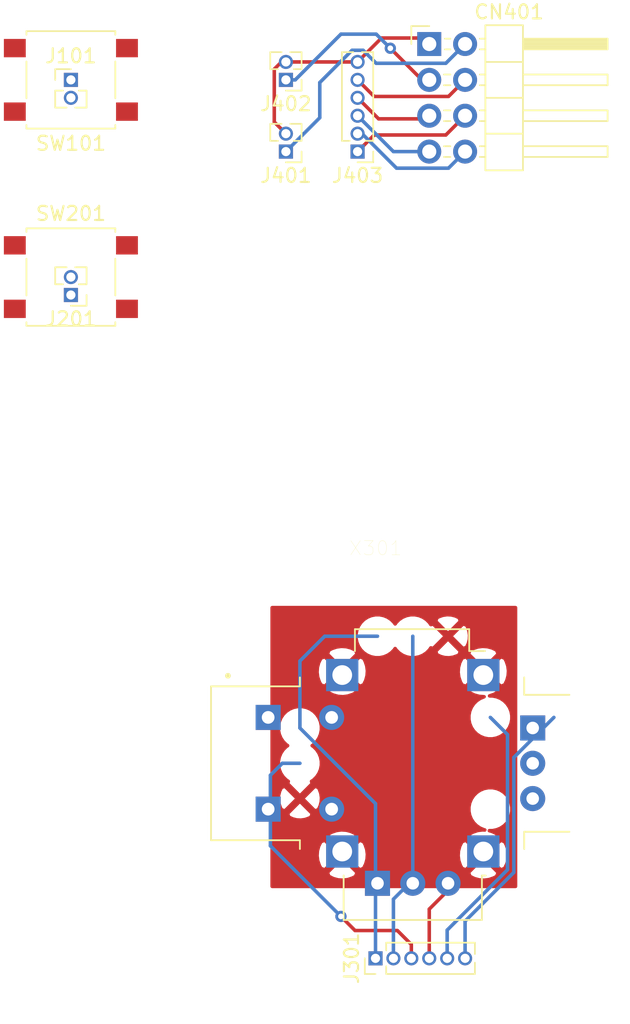
<source format=kicad_pcb>
(kicad_pcb (version 20171130) (host pcbnew 5.1.8-db9833491~87~ubuntu20.04.1)

  (general
    (thickness 1.6)
    (drawings 0)
    (tracks 64)
    (zones 0)
    (modules 10)
    (nets 19)
  )

  (page A4)
  (layers
    (0 F.Cu signal)
    (31 B.Cu signal)
    (32 B.Adhes user)
    (33 F.Adhes user)
    (34 B.Paste user)
    (35 F.Paste user)
    (36 B.SilkS user)
    (37 F.SilkS user)
    (38 B.Mask user)
    (39 F.Mask user)
    (40 Dwgs.User user)
    (41 Cmts.User user)
    (42 Eco1.User user)
    (43 Eco2.User user)
    (44 Edge.Cuts user)
    (45 Margin user)
    (46 B.CrtYd user)
    (47 F.CrtYd user)
    (48 B.Fab user)
    (49 F.Fab user)
  )

  (setup
    (last_trace_width 0.25)
    (trace_clearance 0.2)
    (zone_clearance 0.508)
    (zone_45_only no)
    (trace_min 0.2)
    (via_size 0.8)
    (via_drill 0.4)
    (via_min_size 0.4)
    (via_min_drill 0.3)
    (uvia_size 0.3)
    (uvia_drill 0.1)
    (uvias_allowed no)
    (uvia_min_size 0.2)
    (uvia_min_drill 0.1)
    (edge_width 0.1)
    (segment_width 0.2)
    (pcb_text_width 0.3)
    (pcb_text_size 1.5 1.5)
    (mod_edge_width 0.15)
    (mod_text_size 1 1)
    (mod_text_width 0.15)
    (pad_size 1.524 1.524)
    (pad_drill 0.762)
    (pad_to_mask_clearance 0)
    (aux_axis_origin 0 0)
    (visible_elements 7FFFFFFF)
    (pcbplotparams
      (layerselection 0x010fc_ffffffff)
      (usegerberextensions false)
      (usegerberattributes true)
      (usegerberadvancedattributes true)
      (creategerberjobfile true)
      (excludeedgelayer true)
      (linewidth 0.100000)
      (plotframeref false)
      (viasonmask false)
      (mode 1)
      (useauxorigin false)
      (hpglpennumber 1)
      (hpglpenspeed 20)
      (hpglpendiameter 15.000000)
      (psnegative false)
      (psa4output false)
      (plotreference true)
      (plotvalue true)
      (plotinvisibletext false)
      (padsonsilk false)
      (subtractmaskfromsilk false)
      (outputformat 1)
      (mirror false)
      (drillshape 1)
      (scaleselection 1)
      (outputdirectory ""))
  )

  (net 0 "")
  (net 1 /X3_4)
  (net 2 /Y3_4)
  (net 3 /AVDD3_4)
  (net 4 /AGND3_4)
  (net 5 /BTN3_4)
  (net 6 /BTN2_4)
  (net 7 /BTN1_4)
  (net 8 /DGND1_4)
  (net 9 /AGND3)
  (net 10 /DGND1)
  (net 11 /BTN1)
  (net 12 /DGND2)
  (net 13 /BTN2)
  (net 14 /DGND3)
  (net 15 /BTN3)
  (net 16 /X3)
  (net 17 /AVDD3)
  (net 18 /Y3)

  (net_class Default "This is the default net class."
    (clearance 0.2)
    (trace_width 0.25)
    (via_dia 0.8)
    (via_drill 0.4)
    (uvia_dia 0.3)
    (uvia_drill 0.1)
    (add_net /AGND3)
    (add_net /AGND3_4)
    (add_net /AVDD3)
    (add_net /AVDD3_4)
    (add_net /BTN1)
    (add_net /BTN1_4)
    (add_net /BTN2)
    (add_net /BTN2_4)
    (add_net /BTN3)
    (add_net /BTN3_4)
    (add_net /DGND1)
    (add_net /DGND1_4)
    (add_net /DGND2)
    (add_net /DGND3)
    (add_net /X3)
    (add_net /X3_4)
    (add_net /Y3)
    (add_net /Y3_4)
  )

  (module xb1-stick:xb1-stick (layer F.Cu) (tedit 5FB1A2C4) (tstamp 5F696E97)
    (at 110.5916 127.1524)
    (path /5FB20EAC)
    (fp_text reference X301 (at -2.625 -15.235) (layer F.SilkS)
      (effects (font (size 1 1) (thickness 0.015)))
    )
    (fp_text value XB1_STICK (at 3.09 14.265) (layer F.Fab)
      (effects (font (size 1 1) (thickness 0.015)))
    )
    (fp_arc (start -0.062154 0) (end -12.15 -5.45) (angle 311.462) (layer F.Fab) (width 0.127))
    (fp_arc (start -0.097339 0.05) (end -12.35 5.8) (angle -309.72) (layer F.CrtYd) (width 0.05))
    (fp_line (start -14.3 -5.45) (end -14.3 5.45) (layer F.Fab) (width 0.127))
    (fp_line (start 11.1 -4.85) (end 11.1 4.85) (layer F.Fab) (width 0.127))
    (fp_line (start 11.1 -4.85) (end 7.9 -4.85) (layer F.Fab) (width 0.127))
    (fp_line (start 11.1 4.85) (end 7.9 4.85) (layer F.Fab) (width 0.127))
    (fp_line (start 7.9 -4.85) (end 7.9 -7.95) (layer F.Fab) (width 0.127))
    (fp_line (start 7.9 4.85) (end 7.9 7.95) (layer F.Fab) (width 0.127))
    (fp_line (start -4.1 -9.5) (end 4 -9.5) (layer F.Fab) (width 0.127))
    (fp_line (start -4.1 -7.95) (end -8 -7.95) (layer F.Fab) (width 0.127))
    (fp_line (start 4 -7.95) (end 7.9 -7.95) (layer F.Fab) (width 0.127))
    (fp_line (start -4.1 -7.95) (end -4.1 -9.5) (layer F.Fab) (width 0.127))
    (fp_line (start 4 -7.95) (end 4 -9.5) (layer F.Fab) (width 0.127))
    (fp_line (start -8 -7.95) (end -8 -5.45) (layer F.Fab) (width 0.127))
    (fp_line (start -8 5.45) (end -8 7.95) (layer F.Fab) (width 0.127))
    (fp_line (start -14.3 -5.45) (end -8 -5.45) (layer F.Fab) (width 0.127))
    (fp_line (start -14.3 5.45) (end -8 5.45) (layer F.Fab) (width 0.127))
    (fp_line (start -4.9 7.95) (end -4.9 11.1) (layer F.Fab) (width 0.127))
    (fp_line (start 4.9 7.95) (end 4.9 11.1) (layer F.Fab) (width 0.127))
    (fp_line (start -4.9 11.1) (end 4.9 11.1) (layer F.Fab) (width 0.127))
    (fp_line (start -4.9 7.95) (end -8 7.95) (layer F.Fab) (width 0.127))
    (fp_line (start 4.9 7.95) (end 7.9 7.95) (layer F.Fab) (width 0.127))
    (fp_line (start -8 6.07) (end -8 5.45) (layer F.SilkS) (width 0.127))
    (fp_line (start -8 5.45) (end -14.3 5.45) (layer F.SilkS) (width 0.127))
    (fp_line (start -14.3 5.45) (end -14.3 -5.45) (layer F.SilkS) (width 0.127))
    (fp_line (start -14.3 -5.45) (end -8 -5.45) (layer F.SilkS) (width 0.127))
    (fp_line (start -8 -5.45) (end -8 -6.08) (layer F.SilkS) (width 0.127))
    (fp_line (start -4.1 -7.95) (end -4.1 -9.5) (layer F.SilkS) (width 0.127))
    (fp_line (start -4.1 -9.5) (end 4 -9.5) (layer F.SilkS) (width 0.127))
    (fp_line (start 4 -9.5) (end 4 -7.95) (layer F.SilkS) (width 0.127))
    (fp_line (start 4 -7.95) (end 5.12 -7.95) (layer F.SilkS) (width 0.127))
    (fp_line (start 7.9 -6.08) (end 7.9 -4.85) (layer F.SilkS) (width 0.127))
    (fp_line (start 7.9 -4.85) (end 11.1 -4.85) (layer F.SilkS) (width 0.127))
    (fp_line (start 11.1 4.85) (end 7.9 4.85) (layer F.SilkS) (width 0.127))
    (fp_line (start 7.9 4.85) (end 7.9 6.07) (layer F.SilkS) (width 0.127))
    (fp_line (start 5.17 7.95) (end 4.9 7.95) (layer F.SilkS) (width 0.127))
    (fp_line (start 4.9 7.95) (end 4.9 11.1) (layer F.SilkS) (width 0.127))
    (fp_line (start 4.9 11.1) (end -4.9 11.1) (layer F.SilkS) (width 0.127))
    (fp_line (start -4.9 11.1) (end -4.9 7.95) (layer F.SilkS) (width 0.127))
    (fp_line (start -12.35 5.8) (end -14.6 5.8) (layer F.CrtYd) (width 0.05))
    (fp_line (start -14.6 5.8) (end -14.6 -5.7) (layer F.CrtYd) (width 0.05))
    (fp_line (start -14.6 -5.7) (end -12.35 -5.7) (layer F.CrtYd) (width 0.05))
    (fp_circle (center -13.1 -6.2) (end -13.1 -6.3) (layer F.Fab) (width 0.2))
    (fp_circle (center -13.1 -6.2) (end -13.1 -6.3) (layer F.SilkS) (width 0.2))
    (pad B2A thru_hole circle (at -5.75 -3.25 270) (size 1.778 1.778) (drill 0.9) (layers *.Cu *.Mask)
      (net 15 /BTN3))
    (pad B2B thru_hole circle (at -5.75 3.25 270) (size 1.778 1.778) (drill 0.9) (layers *.Cu *.Mask)
      (net 15 /BTN3))
    (pad B1A thru_hole rect (at -10.25 -3.25 270) (size 1.778 1.778) (drill 0.9) (layers *.Cu *.Mask)
      (net 14 /DGND3))
    (pad B1B thru_hole rect (at -10.25 3.25 270) (size 1.778 1.778) (drill 0.9) (layers *.Cu *.Mask)
      (net 14 /DGND3))
    (pad V1 thru_hole rect (at 8.5 -2.5 270) (size 1.778 1.778) (drill 0.889) (layers *.Cu *.Mask)
      (net 9 /AGND3))
    (pad V2 thru_hole circle (at 8.5 0 270) (size 1.778 1.778) (drill 0.889) (layers *.Cu *.Mask)
      (net 18 /Y3))
    (pad V3 thru_hole circle (at 8.5 2.5 270) (size 1.778 1.778) (drill 0.889) (layers *.Cu *.Mask)
      (net 17 /AVDD3))
    (pad S4 thru_hole rect (at 5 -6.25 270) (size 2.286 2.286) (drill 1.397) (layers *.Cu *.Mask)
      (net 9 /AGND3))
    (pad S1 thru_hole rect (at -5 -6.25 270) (size 2.286 2.286) (drill 1.397) (layers *.Cu *.Mask)
      (net 9 /AGND3))
    (pad S2 thru_hole rect (at -5 6.25 270) (size 2.286 2.286) (drill 1.397) (layers *.Cu *.Mask)
      (net 9 /AGND3))
    (pad S3 thru_hole rect (at 5 6.25 270) (size 2.286 2.286) (drill 1.397) (layers *.Cu *.Mask)
      (net 9 /AGND3))
    (pad H3 thru_hole circle (at 2.5 8.5 270) (size 1.778 1.778) (drill 0.889) (layers *.Cu *.Mask)
      (net 17 /AVDD3))
    (pad H2 thru_hole circle (at 0 8.5 270) (size 1.778 1.778) (drill 0.889) (layers *.Cu *.Mask)
      (net 16 /X3))
    (pad H1 thru_hole rect (at -2.5 8.5 270) (size 1.778 1.778) (drill 0.889) (layers *.Cu *.Mask)
      (net 9 /AGND3))
  )

  (module Button_Switch_SMD:SW_SPST_B3S-1000 (layer F.Cu) (tedit 5A02FC95) (tstamp 5F5854FC)
    (at 86.36 92.71)
    (descr "Surface Mount Tactile Switch for High-Density Packaging")
    (tags "Tactile Switch")
    (path /5F4305DF)
    (attr smd)
    (fp_text reference SW201 (at 0 -4.5) (layer F.SilkS)
      (effects (font (size 1 1) (thickness 0.15)))
    )
    (fp_text value SW_Push (at 0 4.5) (layer F.Fab)
      (effects (font (size 1 1) (thickness 0.15)))
    )
    (fp_line (start -5 3.7) (end 5 3.7) (layer F.CrtYd) (width 0.05))
    (fp_line (start 5 3.7) (end 5 -3.7) (layer F.CrtYd) (width 0.05))
    (fp_line (start 5 -3.7) (end -5 -3.7) (layer F.CrtYd) (width 0.05))
    (fp_line (start -5 -3.7) (end -5 3.7) (layer F.CrtYd) (width 0.05))
    (fp_line (start -3.15 -3.2) (end -3.15 -3.45) (layer F.SilkS) (width 0.12))
    (fp_line (start -3.15 -3.45) (end 3.15 -3.45) (layer F.SilkS) (width 0.12))
    (fp_line (start 3.15 -3.45) (end 3.15 -3.2) (layer F.SilkS) (width 0.12))
    (fp_line (start -3.15 1.3) (end -3.15 -1.3) (layer F.SilkS) (width 0.12))
    (fp_line (start 3.15 3.2) (end 3.15 3.45) (layer F.SilkS) (width 0.12))
    (fp_line (start 3.15 3.45) (end -3.15 3.45) (layer F.SilkS) (width 0.12))
    (fp_line (start -3.15 3.45) (end -3.15 3.2) (layer F.SilkS) (width 0.12))
    (fp_line (start 3.15 -1.3) (end 3.15 1.3) (layer F.SilkS) (width 0.12))
    (fp_circle (center 0 0) (end 1.65 0) (layer F.Fab) (width 0.1))
    (fp_line (start -3 -3.3) (end 3 -3.3) (layer F.Fab) (width 0.1))
    (fp_line (start 3 -3.3) (end 3 3.3) (layer F.Fab) (width 0.1))
    (fp_line (start 3 3.3) (end -3 3.3) (layer F.Fab) (width 0.1))
    (fp_line (start -3 3.3) (end -3 -3.3) (layer F.Fab) (width 0.1))
    (fp_text user %R (at 0 -4.5) (layer F.Fab)
      (effects (font (size 1 1) (thickness 0.15)))
    )
    (pad 2 smd rect (at 3.975 2.25) (size 1.55 1.3) (layers F.Cu F.Paste F.Mask)
      (net 13 /BTN2))
    (pad 2 smd rect (at -3.975 2.25) (size 1.55 1.3) (layers F.Cu F.Paste F.Mask)
      (net 13 /BTN2))
    (pad 1 smd rect (at 3.975 -2.25) (size 1.55 1.3) (layers F.Cu F.Paste F.Mask)
      (net 12 /DGND2))
    (pad 1 smd rect (at -3.975 -2.25) (size 1.55 1.3) (layers F.Cu F.Paste F.Mask)
      (net 12 /DGND2))
    (model ${KISYS3DMOD}/Button_Switch_SMD.3dshapes/SW_SPST_B3S-1000.wrl
      (at (xyz 0 0 0))
      (scale (xyz 1 1 1))
      (rotate (xyz 0 0 0))
    )
  )

  (module Button_Switch_SMD:SW_SPST_B3S-1000 (layer F.Cu) (tedit 5A02FC95) (tstamp 5F5854E2)
    (at 86.36 78.74 180)
    (descr "Surface Mount Tactile Switch for High-Density Packaging")
    (tags "Tactile Switch")
    (path /5F42F6EA)
    (attr smd)
    (fp_text reference SW101 (at 0 -4.5) (layer F.SilkS)
      (effects (font (size 1 1) (thickness 0.15)))
    )
    (fp_text value SW_Push (at 0 4.5) (layer F.Fab)
      (effects (font (size 1 1) (thickness 0.15)))
    )
    (fp_line (start -5 3.7) (end 5 3.7) (layer F.CrtYd) (width 0.05))
    (fp_line (start 5 3.7) (end 5 -3.7) (layer F.CrtYd) (width 0.05))
    (fp_line (start 5 -3.7) (end -5 -3.7) (layer F.CrtYd) (width 0.05))
    (fp_line (start -5 -3.7) (end -5 3.7) (layer F.CrtYd) (width 0.05))
    (fp_line (start -3.15 -3.2) (end -3.15 -3.45) (layer F.SilkS) (width 0.12))
    (fp_line (start -3.15 -3.45) (end 3.15 -3.45) (layer F.SilkS) (width 0.12))
    (fp_line (start 3.15 -3.45) (end 3.15 -3.2) (layer F.SilkS) (width 0.12))
    (fp_line (start -3.15 1.3) (end -3.15 -1.3) (layer F.SilkS) (width 0.12))
    (fp_line (start 3.15 3.2) (end 3.15 3.45) (layer F.SilkS) (width 0.12))
    (fp_line (start 3.15 3.45) (end -3.15 3.45) (layer F.SilkS) (width 0.12))
    (fp_line (start -3.15 3.45) (end -3.15 3.2) (layer F.SilkS) (width 0.12))
    (fp_line (start 3.15 -1.3) (end 3.15 1.3) (layer F.SilkS) (width 0.12))
    (fp_circle (center 0 0) (end 1.65 0) (layer F.Fab) (width 0.1))
    (fp_line (start -3 -3.3) (end 3 -3.3) (layer F.Fab) (width 0.1))
    (fp_line (start 3 -3.3) (end 3 3.3) (layer F.Fab) (width 0.1))
    (fp_line (start 3 3.3) (end -3 3.3) (layer F.Fab) (width 0.1))
    (fp_line (start -3 3.3) (end -3 -3.3) (layer F.Fab) (width 0.1))
    (fp_text user %R (at 0 -4.5) (layer F.Fab)
      (effects (font (size 1 1) (thickness 0.15)))
    )
    (pad 2 smd rect (at 3.975 2.25 180) (size 1.55 1.3) (layers F.Cu F.Paste F.Mask)
      (net 11 /BTN1))
    (pad 2 smd rect (at -3.975 2.25 180) (size 1.55 1.3) (layers F.Cu F.Paste F.Mask)
      (net 11 /BTN1))
    (pad 1 smd rect (at 3.975 -2.25 180) (size 1.55 1.3) (layers F.Cu F.Paste F.Mask)
      (net 10 /DGND1))
    (pad 1 smd rect (at -3.975 -2.25 180) (size 1.55 1.3) (layers F.Cu F.Paste F.Mask)
      (net 10 /DGND1))
    (model ${KISYS3DMOD}/Button_Switch_SMD.3dshapes/SW_SPST_B3S-1000.wrl
      (at (xyz 0 0 0))
      (scale (xyz 1 1 1))
      (rotate (xyz 0 0 0))
    )
  )

  (module Connector_PinHeader_1.27mm:PinHeader_1x06_P1.27mm_Vertical (layer F.Cu) (tedit 59FED6E3) (tstamp 5F58549A)
    (at 106.68 83.82 180)
    (descr "Through hole straight pin header, 1x06, 1.27mm pitch, single row")
    (tags "Through hole pin header THT 1x06 1.27mm single row")
    (path /5F4FAACB)
    (fp_text reference J403 (at 0 -1.695) (layer F.SilkS)
      (effects (font (size 1 1) (thickness 0.15)))
    )
    (fp_text value Conn_01x06 (at 0 8.045) (layer F.Fab)
      (effects (font (size 1 1) (thickness 0.15)))
    )
    (fp_line (start -0.525 -0.635) (end 1.05 -0.635) (layer F.Fab) (width 0.1))
    (fp_line (start 1.05 -0.635) (end 1.05 6.985) (layer F.Fab) (width 0.1))
    (fp_line (start 1.05 6.985) (end -1.05 6.985) (layer F.Fab) (width 0.1))
    (fp_line (start -1.05 6.985) (end -1.05 -0.11) (layer F.Fab) (width 0.1))
    (fp_line (start -1.05 -0.11) (end -0.525 -0.635) (layer F.Fab) (width 0.1))
    (fp_line (start -1.11 7.045) (end -0.30753 7.045) (layer F.SilkS) (width 0.12))
    (fp_line (start 0.30753 7.045) (end 1.11 7.045) (layer F.SilkS) (width 0.12))
    (fp_line (start -1.11 0.76) (end -1.11 7.045) (layer F.SilkS) (width 0.12))
    (fp_line (start 1.11 0.76) (end 1.11 7.045) (layer F.SilkS) (width 0.12))
    (fp_line (start -1.11 0.76) (end -0.563471 0.76) (layer F.SilkS) (width 0.12))
    (fp_line (start 0.563471 0.76) (end 1.11 0.76) (layer F.SilkS) (width 0.12))
    (fp_line (start -1.11 0) (end -1.11 -0.76) (layer F.SilkS) (width 0.12))
    (fp_line (start -1.11 -0.76) (end 0 -0.76) (layer F.SilkS) (width 0.12))
    (fp_line (start -1.55 -1.15) (end -1.55 7.5) (layer F.CrtYd) (width 0.05))
    (fp_line (start -1.55 7.5) (end 1.55 7.5) (layer F.CrtYd) (width 0.05))
    (fp_line (start 1.55 7.5) (end 1.55 -1.15) (layer F.CrtYd) (width 0.05))
    (fp_line (start 1.55 -1.15) (end -1.55 -1.15) (layer F.CrtYd) (width 0.05))
    (fp_text user %R (at 0 3.175 90) (layer F.Fab)
      (effects (font (size 1 1) (thickness 0.15)))
    )
    (pad 6 thru_hole oval (at 0 6.35 180) (size 1 1) (drill 0.65) (layers *.Cu *.Mask)
      (net 8 /DGND1_4))
    (pad 5 thru_hole oval (at 0 5.08 180) (size 1 1) (drill 0.65) (layers *.Cu *.Mask)
      (net 5 /BTN3_4))
    (pad 4 thru_hole oval (at 0 3.81 180) (size 1 1) (drill 0.65) (layers *.Cu *.Mask)
      (net 4 /AGND3_4))
    (pad 3 thru_hole oval (at 0 2.54 180) (size 1 1) (drill 0.65) (layers *.Cu *.Mask)
      (net 2 /Y3_4))
    (pad 2 thru_hole oval (at 0 1.27 180) (size 1 1) (drill 0.65) (layers *.Cu *.Mask)
      (net 1 /X3_4))
    (pad 1 thru_hole rect (at 0 0 180) (size 1 1) (drill 0.65) (layers *.Cu *.Mask)
      (net 3 /AVDD3_4))
    (model ${KISYS3DMOD}/Connector_PinHeader_1.27mm.3dshapes/PinHeader_1x06_P1.27mm_Vertical.wrl
      (at (xyz 0 0 0))
      (scale (xyz 1 1 1))
      (rotate (xyz 0 0 0))
    )
  )

  (module Connector_PinHeader_1.27mm:PinHeader_1x02_P1.27mm_Vertical (layer F.Cu) (tedit 59FED6E3) (tstamp 5F585ADE)
    (at 101.6 78.74 180)
    (descr "Through hole straight pin header, 1x02, 1.27mm pitch, single row")
    (tags "Through hole pin header THT 1x02 1.27mm single row")
    (path /5F4F31B3)
    (fp_text reference J402 (at 0 -1.695) (layer F.SilkS)
      (effects (font (size 1 1) (thickness 0.15)))
    )
    (fp_text value Conn_01x02 (at 0 2.965) (layer F.Fab)
      (effects (font (size 1 1) (thickness 0.15)))
    )
    (fp_line (start -0.525 -0.635) (end 1.05 -0.635) (layer F.Fab) (width 0.1))
    (fp_line (start 1.05 -0.635) (end 1.05 1.905) (layer F.Fab) (width 0.1))
    (fp_line (start 1.05 1.905) (end -1.05 1.905) (layer F.Fab) (width 0.1))
    (fp_line (start -1.05 1.905) (end -1.05 -0.11) (layer F.Fab) (width 0.1))
    (fp_line (start -1.05 -0.11) (end -0.525 -0.635) (layer F.Fab) (width 0.1))
    (fp_line (start -1.11 1.965) (end -0.30753 1.965) (layer F.SilkS) (width 0.12))
    (fp_line (start 0.30753 1.965) (end 1.11 1.965) (layer F.SilkS) (width 0.12))
    (fp_line (start -1.11 0.76) (end -1.11 1.965) (layer F.SilkS) (width 0.12))
    (fp_line (start 1.11 0.76) (end 1.11 1.965) (layer F.SilkS) (width 0.12))
    (fp_line (start -1.11 0.76) (end -0.563471 0.76) (layer F.SilkS) (width 0.12))
    (fp_line (start 0.563471 0.76) (end 1.11 0.76) (layer F.SilkS) (width 0.12))
    (fp_line (start -1.11 0) (end -1.11 -0.76) (layer F.SilkS) (width 0.12))
    (fp_line (start -1.11 -0.76) (end 0 -0.76) (layer F.SilkS) (width 0.12))
    (fp_line (start -1.55 -1.15) (end -1.55 2.45) (layer F.CrtYd) (width 0.05))
    (fp_line (start -1.55 2.45) (end 1.55 2.45) (layer F.CrtYd) (width 0.05))
    (fp_line (start 1.55 2.45) (end 1.55 -1.15) (layer F.CrtYd) (width 0.05))
    (fp_line (start 1.55 -1.15) (end -1.55 -1.15) (layer F.CrtYd) (width 0.05))
    (fp_text user %R (at 0 0.635 90) (layer F.Fab)
      (effects (font (size 1 1) (thickness 0.15)))
    )
    (pad 2 thru_hole oval (at 0 1.27 180) (size 1 1) (drill 0.65) (layers *.Cu *.Mask)
      (net 8 /DGND1_4))
    (pad 1 thru_hole rect (at 0 0 180) (size 1 1) (drill 0.65) (layers *.Cu *.Mask)
      (net 6 /BTN2_4))
    (model ${KISYS3DMOD}/Connector_PinHeader_1.27mm.3dshapes/PinHeader_1x02_P1.27mm_Vertical.wrl
      (at (xyz 0 0 0))
      (scale (xyz 1 1 1))
      (rotate (xyz 0 0 0))
    )
  )

  (module Connector_PinHeader_1.27mm:PinHeader_1x02_P1.27mm_Vertical (layer F.Cu) (tedit 59FED6E3) (tstamp 5F585466)
    (at 101.6 83.82 180)
    (descr "Through hole straight pin header, 1x02, 1.27mm pitch, single row")
    (tags "Through hole pin header THT 1x02 1.27mm single row")
    (path /5F4F2001)
    (fp_text reference J401 (at 0 -1.695) (layer F.SilkS)
      (effects (font (size 1 1) (thickness 0.15)))
    )
    (fp_text value Conn_01x02 (at 0 2.965) (layer F.Fab)
      (effects (font (size 1 1) (thickness 0.15)))
    )
    (fp_line (start -0.525 -0.635) (end 1.05 -0.635) (layer F.Fab) (width 0.1))
    (fp_line (start 1.05 -0.635) (end 1.05 1.905) (layer F.Fab) (width 0.1))
    (fp_line (start 1.05 1.905) (end -1.05 1.905) (layer F.Fab) (width 0.1))
    (fp_line (start -1.05 1.905) (end -1.05 -0.11) (layer F.Fab) (width 0.1))
    (fp_line (start -1.05 -0.11) (end -0.525 -0.635) (layer F.Fab) (width 0.1))
    (fp_line (start -1.11 1.965) (end -0.30753 1.965) (layer F.SilkS) (width 0.12))
    (fp_line (start 0.30753 1.965) (end 1.11 1.965) (layer F.SilkS) (width 0.12))
    (fp_line (start -1.11 0.76) (end -1.11 1.965) (layer F.SilkS) (width 0.12))
    (fp_line (start 1.11 0.76) (end 1.11 1.965) (layer F.SilkS) (width 0.12))
    (fp_line (start -1.11 0.76) (end -0.563471 0.76) (layer F.SilkS) (width 0.12))
    (fp_line (start 0.563471 0.76) (end 1.11 0.76) (layer F.SilkS) (width 0.12))
    (fp_line (start -1.11 0) (end -1.11 -0.76) (layer F.SilkS) (width 0.12))
    (fp_line (start -1.11 -0.76) (end 0 -0.76) (layer F.SilkS) (width 0.12))
    (fp_line (start -1.55 -1.15) (end -1.55 2.45) (layer F.CrtYd) (width 0.05))
    (fp_line (start -1.55 2.45) (end 1.55 2.45) (layer F.CrtYd) (width 0.05))
    (fp_line (start 1.55 2.45) (end 1.55 -1.15) (layer F.CrtYd) (width 0.05))
    (fp_line (start 1.55 -1.15) (end -1.55 -1.15) (layer F.CrtYd) (width 0.05))
    (fp_text user %R (at 0 0.635 90) (layer F.Fab)
      (effects (font (size 1 1) (thickness 0.15)))
    )
    (pad 2 thru_hole oval (at 0 1.27 180) (size 1 1) (drill 0.65) (layers *.Cu *.Mask)
      (net 8 /DGND1_4))
    (pad 1 thru_hole rect (at 0 0 180) (size 1 1) (drill 0.65) (layers *.Cu *.Mask)
      (net 7 /BTN1_4))
    (model ${KISYS3DMOD}/Connector_PinHeader_1.27mm.3dshapes/PinHeader_1x02_P1.27mm_Vertical.wrl
      (at (xyz 0 0 0))
      (scale (xyz 1 1 1))
      (rotate (xyz 0 0 0))
    )
  )

  (module Connector_PinHeader_1.27mm:PinHeader_1x06_P1.27mm_Vertical (layer F.Cu) (tedit 59FED6E3) (tstamp 5F58544E)
    (at 107.95 140.97 90)
    (descr "Through hole straight pin header, 1x06, 1.27mm pitch, single row")
    (tags "Through hole pin header THT 1x06 1.27mm single row")
    (path /5F4D4A40)
    (fp_text reference J301 (at 0 -1.695 90) (layer F.SilkS)
      (effects (font (size 1 1) (thickness 0.15)))
    )
    (fp_text value Conn_01x06 (at 0 8.045 90) (layer F.Fab)
      (effects (font (size 1 1) (thickness 0.15)))
    )
    (fp_line (start -0.525 -0.635) (end 1.05 -0.635) (layer F.Fab) (width 0.1))
    (fp_line (start 1.05 -0.635) (end 1.05 6.985) (layer F.Fab) (width 0.1))
    (fp_line (start 1.05 6.985) (end -1.05 6.985) (layer F.Fab) (width 0.1))
    (fp_line (start -1.05 6.985) (end -1.05 -0.11) (layer F.Fab) (width 0.1))
    (fp_line (start -1.05 -0.11) (end -0.525 -0.635) (layer F.Fab) (width 0.1))
    (fp_line (start -1.11 7.045) (end -0.30753 7.045) (layer F.SilkS) (width 0.12))
    (fp_line (start 0.30753 7.045) (end 1.11 7.045) (layer F.SilkS) (width 0.12))
    (fp_line (start -1.11 0.76) (end -1.11 7.045) (layer F.SilkS) (width 0.12))
    (fp_line (start 1.11 0.76) (end 1.11 7.045) (layer F.SilkS) (width 0.12))
    (fp_line (start -1.11 0.76) (end -0.563471 0.76) (layer F.SilkS) (width 0.12))
    (fp_line (start 0.563471 0.76) (end 1.11 0.76) (layer F.SilkS) (width 0.12))
    (fp_line (start -1.11 0) (end -1.11 -0.76) (layer F.SilkS) (width 0.12))
    (fp_line (start -1.11 -0.76) (end 0 -0.76) (layer F.SilkS) (width 0.12))
    (fp_line (start -1.55 -1.15) (end -1.55 7.5) (layer F.CrtYd) (width 0.05))
    (fp_line (start -1.55 7.5) (end 1.55 7.5) (layer F.CrtYd) (width 0.05))
    (fp_line (start 1.55 7.5) (end 1.55 -1.15) (layer F.CrtYd) (width 0.05))
    (fp_line (start 1.55 -1.15) (end -1.55 -1.15) (layer F.CrtYd) (width 0.05))
    (fp_text user %R (at 0 3.175) (layer F.Fab)
      (effects (font (size 1 1) (thickness 0.15)))
    )
    (pad 6 thru_hole oval (at 0 6.35 90) (size 1 1) (drill 0.65) (layers *.Cu *.Mask)
      (net 14 /DGND3))
    (pad 5 thru_hole oval (at 0 5.08 90) (size 1 1) (drill 0.65) (layers *.Cu *.Mask)
      (net 15 /BTN3))
    (pad 4 thru_hole oval (at 0 3.81 90) (size 1 1) (drill 0.65) (layers *.Cu *.Mask)
      (net 9 /AGND3))
    (pad 3 thru_hole oval (at 0 2.54 90) (size 1 1) (drill 0.65) (layers *.Cu *.Mask)
      (net 18 /Y3))
    (pad 2 thru_hole oval (at 0 1.27 90) (size 1 1) (drill 0.65) (layers *.Cu *.Mask)
      (net 16 /X3))
    (pad 1 thru_hole rect (at 0 0 90) (size 1 1) (drill 0.65) (layers *.Cu *.Mask)
      (net 17 /AVDD3))
    (model ${KISYS3DMOD}/Connector_PinHeader_1.27mm.3dshapes/PinHeader_1x06_P1.27mm_Vertical.wrl
      (at (xyz 0 0 0))
      (scale (xyz 1 1 1))
      (rotate (xyz 0 0 0))
    )
  )

  (module Connector_PinHeader_1.27mm:PinHeader_1x02_P1.27mm_Vertical (layer F.Cu) (tedit 59FED6E3) (tstamp 5F585712)
    (at 86.36 93.98 180)
    (descr "Through hole straight pin header, 1x02, 1.27mm pitch, single row")
    (tags "Through hole pin header THT 1x02 1.27mm single row")
    (path /5F4D8391)
    (fp_text reference J201 (at 0 -1.695) (layer F.SilkS)
      (effects (font (size 1 1) (thickness 0.15)))
    )
    (fp_text value Conn_01x02 (at 0 2.965) (layer F.Fab)
      (effects (font (size 1 1) (thickness 0.15)))
    )
    (fp_line (start -0.525 -0.635) (end 1.05 -0.635) (layer F.Fab) (width 0.1))
    (fp_line (start 1.05 -0.635) (end 1.05 1.905) (layer F.Fab) (width 0.1))
    (fp_line (start 1.05 1.905) (end -1.05 1.905) (layer F.Fab) (width 0.1))
    (fp_line (start -1.05 1.905) (end -1.05 -0.11) (layer F.Fab) (width 0.1))
    (fp_line (start -1.05 -0.11) (end -0.525 -0.635) (layer F.Fab) (width 0.1))
    (fp_line (start -1.11 1.965) (end -0.30753 1.965) (layer F.SilkS) (width 0.12))
    (fp_line (start 0.30753 1.965) (end 1.11 1.965) (layer F.SilkS) (width 0.12))
    (fp_line (start -1.11 0.76) (end -1.11 1.965) (layer F.SilkS) (width 0.12))
    (fp_line (start 1.11 0.76) (end 1.11 1.965) (layer F.SilkS) (width 0.12))
    (fp_line (start -1.11 0.76) (end -0.563471 0.76) (layer F.SilkS) (width 0.12))
    (fp_line (start 0.563471 0.76) (end 1.11 0.76) (layer F.SilkS) (width 0.12))
    (fp_line (start -1.11 0) (end -1.11 -0.76) (layer F.SilkS) (width 0.12))
    (fp_line (start -1.11 -0.76) (end 0 -0.76) (layer F.SilkS) (width 0.12))
    (fp_line (start -1.55 -1.15) (end -1.55 2.45) (layer F.CrtYd) (width 0.05))
    (fp_line (start -1.55 2.45) (end 1.55 2.45) (layer F.CrtYd) (width 0.05))
    (fp_line (start 1.55 2.45) (end 1.55 -1.15) (layer F.CrtYd) (width 0.05))
    (fp_line (start 1.55 -1.15) (end -1.55 -1.15) (layer F.CrtYd) (width 0.05))
    (fp_text user %R (at 0 0.635 90) (layer F.Fab)
      (effects (font (size 1 1) (thickness 0.15)))
    )
    (pad 2 thru_hole oval (at 0 1.27 180) (size 1 1) (drill 0.65) (layers *.Cu *.Mask)
      (net 12 /DGND2))
    (pad 1 thru_hole rect (at 0 0 180) (size 1 1) (drill 0.65) (layers *.Cu *.Mask)
      (net 13 /BTN2))
    (model ${KISYS3DMOD}/Connector_PinHeader_1.27mm.3dshapes/PinHeader_1x02_P1.27mm_Vertical.wrl
      (at (xyz 0 0 0))
      (scale (xyz 1 1 1))
      (rotate (xyz 0 0 0))
    )
  )

  (module Connector_PinHeader_1.27mm:PinHeader_1x02_P1.27mm_Vertical (layer F.Cu) (tedit 59FED6E3) (tstamp 5F58541A)
    (at 86.36 78.74)
    (descr "Through hole straight pin header, 1x02, 1.27mm pitch, single row")
    (tags "Through hole pin header THT 1x02 1.27mm single row")
    (path /5F4D70E1)
    (fp_text reference J101 (at 0 -1.695) (layer F.SilkS)
      (effects (font (size 1 1) (thickness 0.15)))
    )
    (fp_text value Conn_01x02 (at 0 2.965) (layer F.Fab)
      (effects (font (size 1 1) (thickness 0.15)))
    )
    (fp_line (start -0.525 -0.635) (end 1.05 -0.635) (layer F.Fab) (width 0.1))
    (fp_line (start 1.05 -0.635) (end 1.05 1.905) (layer F.Fab) (width 0.1))
    (fp_line (start 1.05 1.905) (end -1.05 1.905) (layer F.Fab) (width 0.1))
    (fp_line (start -1.05 1.905) (end -1.05 -0.11) (layer F.Fab) (width 0.1))
    (fp_line (start -1.05 -0.11) (end -0.525 -0.635) (layer F.Fab) (width 0.1))
    (fp_line (start -1.11 1.965) (end -0.30753 1.965) (layer F.SilkS) (width 0.12))
    (fp_line (start 0.30753 1.965) (end 1.11 1.965) (layer F.SilkS) (width 0.12))
    (fp_line (start -1.11 0.76) (end -1.11 1.965) (layer F.SilkS) (width 0.12))
    (fp_line (start 1.11 0.76) (end 1.11 1.965) (layer F.SilkS) (width 0.12))
    (fp_line (start -1.11 0.76) (end -0.563471 0.76) (layer F.SilkS) (width 0.12))
    (fp_line (start 0.563471 0.76) (end 1.11 0.76) (layer F.SilkS) (width 0.12))
    (fp_line (start -1.11 0) (end -1.11 -0.76) (layer F.SilkS) (width 0.12))
    (fp_line (start -1.11 -0.76) (end 0 -0.76) (layer F.SilkS) (width 0.12))
    (fp_line (start -1.55 -1.15) (end -1.55 2.45) (layer F.CrtYd) (width 0.05))
    (fp_line (start -1.55 2.45) (end 1.55 2.45) (layer F.CrtYd) (width 0.05))
    (fp_line (start 1.55 2.45) (end 1.55 -1.15) (layer F.CrtYd) (width 0.05))
    (fp_line (start 1.55 -1.15) (end -1.55 -1.15) (layer F.CrtYd) (width 0.05))
    (fp_text user %R (at 0 0.635 90) (layer F.Fab)
      (effects (font (size 1 1) (thickness 0.15)))
    )
    (pad 2 thru_hole oval (at 0 1.27) (size 1 1) (drill 0.65) (layers *.Cu *.Mask)
      (net 10 /DGND1))
    (pad 1 thru_hole rect (at 0 0) (size 1 1) (drill 0.65) (layers *.Cu *.Mask)
      (net 11 /BTN1))
    (model ${KISYS3DMOD}/Connector_PinHeader_1.27mm.3dshapes/PinHeader_1x02_P1.27mm_Vertical.wrl
      (at (xyz 0 0 0))
      (scale (xyz 1 1 1))
      (rotate (xyz 0 0 0))
    )
  )

  (module Connector_PinHeader_2.54mm:PinHeader_2x04_P2.54mm_Horizontal (layer F.Cu) (tedit 59FED5CB) (tstamp 5F5853CE)
    (at 111.76 76.2)
    (descr "Through hole angled pin header, 2x04, 2.54mm pitch, 6mm pin length, double rows")
    (tags "Through hole angled pin header THT 2x04 2.54mm double row")
    (path /5F4DBB96)
    (fp_text reference CN401 (at 5.655 -2.27) (layer F.SilkS)
      (effects (font (size 1 1) (thickness 0.15)))
    )
    (fp_text value Conn_02x04_Odd_Even (at 5.655 9.89) (layer F.Fab)
      (effects (font (size 1 1) (thickness 0.15)))
    )
    (fp_line (start 4.675 -1.27) (end 6.58 -1.27) (layer F.Fab) (width 0.1))
    (fp_line (start 6.58 -1.27) (end 6.58 8.89) (layer F.Fab) (width 0.1))
    (fp_line (start 6.58 8.89) (end 4.04 8.89) (layer F.Fab) (width 0.1))
    (fp_line (start 4.04 8.89) (end 4.04 -0.635) (layer F.Fab) (width 0.1))
    (fp_line (start 4.04 -0.635) (end 4.675 -1.27) (layer F.Fab) (width 0.1))
    (fp_line (start -0.32 -0.32) (end 4.04 -0.32) (layer F.Fab) (width 0.1))
    (fp_line (start -0.32 -0.32) (end -0.32 0.32) (layer F.Fab) (width 0.1))
    (fp_line (start -0.32 0.32) (end 4.04 0.32) (layer F.Fab) (width 0.1))
    (fp_line (start 6.58 -0.32) (end 12.58 -0.32) (layer F.Fab) (width 0.1))
    (fp_line (start 12.58 -0.32) (end 12.58 0.32) (layer F.Fab) (width 0.1))
    (fp_line (start 6.58 0.32) (end 12.58 0.32) (layer F.Fab) (width 0.1))
    (fp_line (start -0.32 2.22) (end 4.04 2.22) (layer F.Fab) (width 0.1))
    (fp_line (start -0.32 2.22) (end -0.32 2.86) (layer F.Fab) (width 0.1))
    (fp_line (start -0.32 2.86) (end 4.04 2.86) (layer F.Fab) (width 0.1))
    (fp_line (start 6.58 2.22) (end 12.58 2.22) (layer F.Fab) (width 0.1))
    (fp_line (start 12.58 2.22) (end 12.58 2.86) (layer F.Fab) (width 0.1))
    (fp_line (start 6.58 2.86) (end 12.58 2.86) (layer F.Fab) (width 0.1))
    (fp_line (start -0.32 4.76) (end 4.04 4.76) (layer F.Fab) (width 0.1))
    (fp_line (start -0.32 4.76) (end -0.32 5.4) (layer F.Fab) (width 0.1))
    (fp_line (start -0.32 5.4) (end 4.04 5.4) (layer F.Fab) (width 0.1))
    (fp_line (start 6.58 4.76) (end 12.58 4.76) (layer F.Fab) (width 0.1))
    (fp_line (start 12.58 4.76) (end 12.58 5.4) (layer F.Fab) (width 0.1))
    (fp_line (start 6.58 5.4) (end 12.58 5.4) (layer F.Fab) (width 0.1))
    (fp_line (start -0.32 7.3) (end 4.04 7.3) (layer F.Fab) (width 0.1))
    (fp_line (start -0.32 7.3) (end -0.32 7.94) (layer F.Fab) (width 0.1))
    (fp_line (start -0.32 7.94) (end 4.04 7.94) (layer F.Fab) (width 0.1))
    (fp_line (start 6.58 7.3) (end 12.58 7.3) (layer F.Fab) (width 0.1))
    (fp_line (start 12.58 7.3) (end 12.58 7.94) (layer F.Fab) (width 0.1))
    (fp_line (start 6.58 7.94) (end 12.58 7.94) (layer F.Fab) (width 0.1))
    (fp_line (start 3.98 -1.33) (end 3.98 8.95) (layer F.SilkS) (width 0.12))
    (fp_line (start 3.98 8.95) (end 6.64 8.95) (layer F.SilkS) (width 0.12))
    (fp_line (start 6.64 8.95) (end 6.64 -1.33) (layer F.SilkS) (width 0.12))
    (fp_line (start 6.64 -1.33) (end 3.98 -1.33) (layer F.SilkS) (width 0.12))
    (fp_line (start 6.64 -0.38) (end 12.64 -0.38) (layer F.SilkS) (width 0.12))
    (fp_line (start 12.64 -0.38) (end 12.64 0.38) (layer F.SilkS) (width 0.12))
    (fp_line (start 12.64 0.38) (end 6.64 0.38) (layer F.SilkS) (width 0.12))
    (fp_line (start 6.64 -0.32) (end 12.64 -0.32) (layer F.SilkS) (width 0.12))
    (fp_line (start 6.64 -0.2) (end 12.64 -0.2) (layer F.SilkS) (width 0.12))
    (fp_line (start 6.64 -0.08) (end 12.64 -0.08) (layer F.SilkS) (width 0.12))
    (fp_line (start 6.64 0.04) (end 12.64 0.04) (layer F.SilkS) (width 0.12))
    (fp_line (start 6.64 0.16) (end 12.64 0.16) (layer F.SilkS) (width 0.12))
    (fp_line (start 6.64 0.28) (end 12.64 0.28) (layer F.SilkS) (width 0.12))
    (fp_line (start 3.582929 -0.38) (end 3.98 -0.38) (layer F.SilkS) (width 0.12))
    (fp_line (start 3.582929 0.38) (end 3.98 0.38) (layer F.SilkS) (width 0.12))
    (fp_line (start 1.11 -0.38) (end 1.497071 -0.38) (layer F.SilkS) (width 0.12))
    (fp_line (start 1.11 0.38) (end 1.497071 0.38) (layer F.SilkS) (width 0.12))
    (fp_line (start 3.98 1.27) (end 6.64 1.27) (layer F.SilkS) (width 0.12))
    (fp_line (start 6.64 2.16) (end 12.64 2.16) (layer F.SilkS) (width 0.12))
    (fp_line (start 12.64 2.16) (end 12.64 2.92) (layer F.SilkS) (width 0.12))
    (fp_line (start 12.64 2.92) (end 6.64 2.92) (layer F.SilkS) (width 0.12))
    (fp_line (start 3.582929 2.16) (end 3.98 2.16) (layer F.SilkS) (width 0.12))
    (fp_line (start 3.582929 2.92) (end 3.98 2.92) (layer F.SilkS) (width 0.12))
    (fp_line (start 1.042929 2.16) (end 1.497071 2.16) (layer F.SilkS) (width 0.12))
    (fp_line (start 1.042929 2.92) (end 1.497071 2.92) (layer F.SilkS) (width 0.12))
    (fp_line (start 3.98 3.81) (end 6.64 3.81) (layer F.SilkS) (width 0.12))
    (fp_line (start 6.64 4.7) (end 12.64 4.7) (layer F.SilkS) (width 0.12))
    (fp_line (start 12.64 4.7) (end 12.64 5.46) (layer F.SilkS) (width 0.12))
    (fp_line (start 12.64 5.46) (end 6.64 5.46) (layer F.SilkS) (width 0.12))
    (fp_line (start 3.582929 4.7) (end 3.98 4.7) (layer F.SilkS) (width 0.12))
    (fp_line (start 3.582929 5.46) (end 3.98 5.46) (layer F.SilkS) (width 0.12))
    (fp_line (start 1.042929 4.7) (end 1.497071 4.7) (layer F.SilkS) (width 0.12))
    (fp_line (start 1.042929 5.46) (end 1.497071 5.46) (layer F.SilkS) (width 0.12))
    (fp_line (start 3.98 6.35) (end 6.64 6.35) (layer F.SilkS) (width 0.12))
    (fp_line (start 6.64 7.24) (end 12.64 7.24) (layer F.SilkS) (width 0.12))
    (fp_line (start 12.64 7.24) (end 12.64 8) (layer F.SilkS) (width 0.12))
    (fp_line (start 12.64 8) (end 6.64 8) (layer F.SilkS) (width 0.12))
    (fp_line (start 3.582929 7.24) (end 3.98 7.24) (layer F.SilkS) (width 0.12))
    (fp_line (start 3.582929 8) (end 3.98 8) (layer F.SilkS) (width 0.12))
    (fp_line (start 1.042929 7.24) (end 1.497071 7.24) (layer F.SilkS) (width 0.12))
    (fp_line (start 1.042929 8) (end 1.497071 8) (layer F.SilkS) (width 0.12))
    (fp_line (start -1.27 0) (end -1.27 -1.27) (layer F.SilkS) (width 0.12))
    (fp_line (start -1.27 -1.27) (end 0 -1.27) (layer F.SilkS) (width 0.12))
    (fp_line (start -1.8 -1.8) (end -1.8 9.4) (layer F.CrtYd) (width 0.05))
    (fp_line (start -1.8 9.4) (end 13.1 9.4) (layer F.CrtYd) (width 0.05))
    (fp_line (start 13.1 9.4) (end 13.1 -1.8) (layer F.CrtYd) (width 0.05))
    (fp_line (start 13.1 -1.8) (end -1.8 -1.8) (layer F.CrtYd) (width 0.05))
    (fp_text user %R (at 5.31 3.81 90) (layer F.Fab)
      (effects (font (size 1 1) (thickness 0.15)))
    )
    (pad 8 thru_hole oval (at 2.54 7.62) (size 1.7 1.7) (drill 1) (layers *.Cu *.Mask)
      (net 1 /X3_4))
    (pad 7 thru_hole oval (at 0 7.62) (size 1.7 1.7) (drill 1) (layers *.Cu *.Mask)
      (net 2 /Y3_4))
    (pad 6 thru_hole oval (at 2.54 5.08) (size 1.7 1.7) (drill 1) (layers *.Cu *.Mask)
      (net 3 /AVDD3_4))
    (pad 5 thru_hole oval (at 0 5.08) (size 1.7 1.7) (drill 1) (layers *.Cu *.Mask)
      (net 4 /AGND3_4))
    (pad 4 thru_hole oval (at 2.54 2.54) (size 1.7 1.7) (drill 1) (layers *.Cu *.Mask)
      (net 5 /BTN3_4))
    (pad 3 thru_hole oval (at 0 2.54) (size 1.7 1.7) (drill 1) (layers *.Cu *.Mask)
      (net 6 /BTN2_4))
    (pad 2 thru_hole oval (at 2.54 0) (size 1.7 1.7) (drill 1) (layers *.Cu *.Mask)
      (net 7 /BTN1_4))
    (pad 1 thru_hole rect (at 0 0) (size 1.7 1.7) (drill 1) (layers *.Cu *.Mask)
      (net 8 /DGND1_4))
    (model ${KISYS3DMOD}/Connector_PinHeader_2.54mm.3dshapes/PinHeader_2x04_P2.54mm_Horizontal.wrl
      (at (xyz 0 0 0))
      (scale (xyz 1 1 1))
      (rotate (xyz 0 0 0))
    )
  )

  (segment (start 113.124999 84.995001) (end 114.3 83.82) (width 0.25) (layer B.Cu) (net 1))
  (segment (start 106.995002 82.55) (end 109.440003 84.995001) (width 0.25) (layer B.Cu) (net 1))
  (segment (start 109.440003 84.995001) (end 113.124999 84.995001) (width 0.25) (layer B.Cu) (net 1))
  (segment (start 106.68 82.55) (end 106.995002 82.55) (width 0.25) (layer B.Cu) (net 1))
  (segment (start 109.22 83.82) (end 106.68 81.28) (width 0.25) (layer B.Cu) (net 2))
  (segment (start 111.76 83.82) (end 109.22 83.82) (width 0.25) (layer B.Cu) (net 2))
  (segment (start 112.935001 82.644999) (end 107.855001 82.644999) (width 0.25) (layer F.Cu) (net 3))
  (segment (start 107.855001 82.644999) (end 106.68 83.82) (width 0.25) (layer F.Cu) (net 3))
  (segment (start 114.3 81.28) (end 112.935001 82.644999) (width 0.25) (layer F.Cu) (net 3))
  (segment (start 106.68 80.01) (end 108.17 81.5) (width 0.25) (layer F.Cu) (net 4))
  (segment (start 111.54 81.5) (end 111.76 81.28) (width 0.25) (layer F.Cu) (net 4))
  (segment (start 108.17 81.5) (end 111.54 81.5) (width 0.25) (layer F.Cu) (net 4))
  (segment (start 113.124999 79.915001) (end 114.3 78.74) (width 0.25) (layer F.Cu) (net 5))
  (segment (start 107.855001 79.915001) (end 113.124999 79.915001) (width 0.25) (layer F.Cu) (net 5))
  (segment (start 106.68 78.74) (end 107.855001 79.915001) (width 0.25) (layer F.Cu) (net 5))
  (segment (start 101.6 78.74) (end 102.26 78.74) (width 0.25) (layer B.Cu) (net 6))
  (segment (start 102.26 78.74) (end 105.5 75.5) (width 0.25) (layer B.Cu) (net 6))
  (via (at 109 76.5) (size 0.8) (drill 0.4) (layers F.Cu B.Cu) (net 6))
  (segment (start 105.5 75.5) (end 108 75.5) (width 0.25) (layer B.Cu) (net 6))
  (segment (start 108 75.5) (end 109 76.5) (width 0.25) (layer B.Cu) (net 6))
  (segment (start 111.24 78.74) (end 111.76 78.74) (width 0.25) (layer F.Cu) (net 6))
  (segment (start 109 76.5) (end 111.24 78.74) (width 0.25) (layer F.Cu) (net 6))
  (segment (start 106.283999 76.644999) (end 104 78.928998) (width 0.25) (layer B.Cu) (net 7))
  (segment (start 107.996001 77.564999) (end 107.076001 76.644999) (width 0.25) (layer B.Cu) (net 7))
  (segment (start 107.076001 76.644999) (end 106.283999 76.644999) (width 0.25) (layer B.Cu) (net 7))
  (segment (start 114.3 76.2) (end 112.935001 77.564999) (width 0.25) (layer B.Cu) (net 7))
  (segment (start 112.935001 77.564999) (end 107.996001 77.564999) (width 0.25) (layer B.Cu) (net 7))
  (segment (start 104 81.42) (end 101.6 83.82) (width 0.25) (layer B.Cu) (net 7))
  (segment (start 104 78.928998) (end 104 81.42) (width 0.25) (layer B.Cu) (net 7))
  (segment (start 106.68 77.47) (end 101.6 77.47) (width 0.25) (layer F.Cu) (net 8))
  (segment (start 100.774999 77.979999) (end 100.774999 81.724999) (width 0.25) (layer F.Cu) (net 8))
  (segment (start 101.284998 77.47) (end 100.774999 77.979999) (width 0.25) (layer F.Cu) (net 8))
  (segment (start 100.774999 81.724999) (end 101.6 82.55) (width 0.25) (layer F.Cu) (net 8))
  (segment (start 101.6 77.47) (end 101.284998 77.47) (width 0.25) (layer F.Cu) (net 8))
  (segment (start 111.334999 75.774999) (end 111.76 76.2) (width 0.25) (layer F.Cu) (net 8))
  (segment (start 108.375001 75.774999) (end 111.334999 75.774999) (width 0.25) (layer F.Cu) (net 8))
  (segment (start 106.68 77.47) (end 108.375001 75.774999) (width 0.25) (layer F.Cu) (net 8))
  (segment (start 111.76 137.484) (end 115.5916 133.6524) (width 0.25) (layer F.Cu) (net 9))
  (segment (start 111.76 140.97) (end 111.76 137.484) (width 0.25) (layer F.Cu) (net 9))
  (segment (start 117.755611 126.738389) (end 117.75561 134.8808) (width 0.25) (layer B.Cu) (net 14))
  (segment (start 120.5916 123.9024) (end 117.755611 126.738389) (width 0.25) (layer B.Cu) (net 14))
  (segment (start 114.3 138.33641) (end 114.3 140.97) (width 0.25) (layer B.Cu) (net 14))
  (segment (start 117.75561 134.8808) (end 114.3 138.33641) (width 0.25) (layer B.Cu) (net 14))
  (segment (start 117.305601 125.116401) (end 117.305601 134.694399) (width 0.25) (layer B.Cu) (net 15))
  (segment (start 116.0916 123.9024) (end 117.305601 125.116401) (width 0.25) (layer B.Cu) (net 15))
  (segment (start 113.03 138.97) (end 113.03 140.97) (width 0.25) (layer B.Cu) (net 15))
  (segment (start 117.305601 134.694399) (end 113.03 138.97) (width 0.25) (layer B.Cu) (net 15))
  (segment (start 110.5916 118.1524) (end 110.5916 135.4084) (width 0.25) (layer B.Cu) (net 16))
  (segment (start 109.22 136.78) (end 109.22 140.97) (width 0.25) (layer B.Cu) (net 16))
  (segment (start 110.5916 135.4084) (end 109.22 136.78) (width 0.25) (layer B.Cu) (net 16))
  (segment (start 107.95 130.0108) (end 107.95 140.97) (width 0.25) (layer B.Cu) (net 17))
  (segment (start 102.5916 124.6524) (end 107.95 130.0108) (width 0.25) (layer B.Cu) (net 17))
  (segment (start 102.5916 124.6524) (end 102.5916 119.9084) (width 0.25) (layer B.Cu) (net 17))
  (segment (start 104.3476 118.1524) (end 108.0916 118.1524) (width 0.25) (layer B.Cu) (net 17))
  (segment (start 102.5916 119.9084) (end 104.3476 118.1524) (width 0.25) (layer B.Cu) (net 17))
  (segment (start 102.5916 127.1524) (end 101.3476 127.1524) (width 0.25) (layer B.Cu) (net 18))
  (segment (start 101.3476 127.1524) (end 100.5 128) (width 0.25) (layer B.Cu) (net 18))
  (segment (start 100.5 128) (end 100.5 133) (width 0.25) (layer B.Cu) (net 18))
  (via (at 105.5 138) (size 0.8) (drill 0.4) (layers F.Cu B.Cu) (net 18))
  (segment (start 100.5 133) (end 105.5 138) (width 0.25) (layer B.Cu) (net 18))
  (segment (start 105.5 138) (end 106.5 139) (width 0.25) (layer F.Cu) (net 18))
  (segment (start 106.5 139) (end 109.5 139) (width 0.25) (layer F.Cu) (net 18))
  (segment (start 110.49 139.99) (end 110.49 140.97) (width 0.25) (layer F.Cu) (net 18))
  (segment (start 109.5 139) (end 110.49 139.99) (width 0.25) (layer F.Cu) (net 18))

  (zone (net 9) (net_name /AGND3) (layer F.Cu) (tstamp 5F696FCF) (hatch edge 0.508)
    (connect_pads (clearance 0.508))
    (min_thickness 0.254)
    (fill yes (arc_segments 32) (thermal_gap 0.508) (thermal_bridge_width 0.508))
    (polygon
      (pts
        (xy 118 136) (xy 100.5 136) (xy 100.5 116) (xy 118 116)
      )
    )
    (filled_polygon
      (pts
        (xy 117.873 135.873) (xy 100.627 135.873) (xy 100.627 134.88976) (xy 104.533845 134.88976) (xy 104.646864 135.168784)
        (xy 104.960849 135.323956) (xy 105.299073 135.414891) (xy 105.648538 135.438094) (xy 105.995816 135.392675) (xy 106.32756 135.280377)
        (xy 106.536336 135.168784) (xy 106.649355 134.88976) (xy 114.533845 134.88976) (xy 114.646864 135.168784) (xy 114.960849 135.323956)
        (xy 115.299073 135.414891) (xy 115.648538 135.438094) (xy 115.995816 135.392675) (xy 116.32756 135.280377) (xy 116.536336 135.168784)
        (xy 116.649355 134.88976) (xy 115.5916 133.832005) (xy 114.533845 134.88976) (xy 106.649355 134.88976) (xy 105.5916 133.832005)
        (xy 104.533845 134.88976) (xy 100.627 134.88976) (xy 100.627 133.709338) (xy 103.805906 133.709338) (xy 103.851325 134.056616)
        (xy 103.963623 134.38836) (xy 104.075216 134.597136) (xy 104.35424 134.710155) (xy 105.411995 133.6524) (xy 105.771205 133.6524)
        (xy 106.82896 134.710155) (xy 107.107984 134.597136) (xy 107.263156 134.283151) (xy 107.354091 133.944927) (xy 107.369733 133.709338)
        (xy 113.805906 133.709338) (xy 113.851325 134.056616) (xy 113.963623 134.38836) (xy 114.075216 134.597136) (xy 114.35424 134.710155)
        (xy 115.411995 133.6524) (xy 115.771205 133.6524) (xy 116.82896 134.710155) (xy 117.107984 134.597136) (xy 117.263156 134.283151)
        (xy 117.354091 133.944927) (xy 117.377294 133.595462) (xy 117.331875 133.248184) (xy 117.219577 132.91644) (xy 117.107984 132.707664)
        (xy 116.82896 132.594645) (xy 115.771205 133.6524) (xy 115.411995 133.6524) (xy 114.35424 132.594645) (xy 114.075216 132.707664)
        (xy 113.920044 133.021649) (xy 113.829109 133.359873) (xy 113.805906 133.709338) (xy 107.369733 133.709338) (xy 107.377294 133.595462)
        (xy 107.331875 133.248184) (xy 107.219577 132.91644) (xy 107.107984 132.707664) (xy 106.82896 132.594645) (xy 105.771205 133.6524)
        (xy 105.411995 133.6524) (xy 104.35424 132.594645) (xy 104.075216 132.707664) (xy 103.920044 133.021649) (xy 103.829109 133.359873)
        (xy 103.805906 133.709338) (xy 100.627 133.709338) (xy 100.627 132.41504) (xy 104.533845 132.41504) (xy 105.5916 133.472795)
        (xy 106.649355 132.41504) (xy 114.533845 132.41504) (xy 115.5916 133.472795) (xy 116.649355 132.41504) (xy 116.536336 132.136016)
        (xy 116.222351 131.980844) (xy 116.019852 131.9264) (xy 116.241701 131.9264) (xy 116.536134 131.867834) (xy 116.813485 131.752951)
        (xy 117.063093 131.586168) (xy 117.275368 131.373893) (xy 117.442151 131.124285) (xy 117.557034 130.846934) (xy 117.6156 130.552501)
        (xy 117.6156 130.252299) (xy 117.557034 129.957866) (xy 117.442151 129.680515) (xy 117.275368 129.430907) (xy 117.063093 129.218632)
        (xy 116.813485 129.051849) (xy 116.536134 128.936966) (xy 116.241701 128.8784) (xy 115.941499 128.8784) (xy 115.647066 128.936966)
        (xy 115.369715 129.051849) (xy 115.120107 129.218632) (xy 114.907832 129.430907) (xy 114.741049 129.680515) (xy 114.626166 129.957866)
        (xy 114.5676 130.252299) (xy 114.5676 130.552501) (xy 114.626166 130.846934) (xy 114.741049 131.124285) (xy 114.907832 131.373893)
        (xy 115.120107 131.586168) (xy 115.369715 131.752951) (xy 115.647066 131.867834) (xy 115.694873 131.877343) (xy 115.534662 131.866706)
        (xy 115.187384 131.912125) (xy 114.85564 132.024423) (xy 114.646864 132.136016) (xy 114.533845 132.41504) (xy 106.649355 132.41504)
        (xy 106.536336 132.136016) (xy 106.222351 131.980844) (xy 105.884127 131.889909) (xy 105.534662 131.866706) (xy 105.187384 131.912125)
        (xy 104.85564 132.024423) (xy 104.646864 132.136016) (xy 104.533845 132.41504) (xy 100.627 132.41504) (xy 100.627 130.708631)
        (xy 101.714974 130.708631) (xy 101.797327 130.961689) (xy 102.068018 131.091486) (xy 102.35883 131.16598) (xy 102.658588 131.182308)
        (xy 102.955771 131.139843) (xy 103.238959 131.040216) (xy 103.385873 130.961689) (xy 103.468226 130.708631) (xy 102.5916 129.832005)
        (xy 101.714974 130.708631) (xy 100.627 130.708631) (xy 100.627 129.719388) (xy 101.061692 129.719388) (xy 101.104157 130.016571)
        (xy 101.203784 130.299759) (xy 101.282311 130.446673) (xy 101.535369 130.529026) (xy 102.411995 129.6524) (xy 102.771205 129.6524)
        (xy 103.647831 130.529026) (xy 103.900889 130.446673) (xy 104.030686 130.175982) (xy 104.10518 129.88517) (xy 104.121508 129.585412)
        (xy 104.079043 129.288229) (xy 103.979416 129.005041) (xy 103.900889 128.858127) (xy 103.647831 128.775774) (xy 102.771205 129.6524)
        (xy 102.411995 129.6524) (xy 101.535369 128.775774) (xy 101.282311 128.858127) (xy 101.152514 129.128818) (xy 101.07802 129.41963)
        (xy 101.061692 129.719388) (xy 100.627 129.719388) (xy 100.627 124.502299) (xy 101.0676 124.502299) (xy 101.0676 124.802501)
        (xy 101.126166 125.096934) (xy 101.241049 125.374285) (xy 101.407832 125.623893) (xy 101.620107 125.836168) (xy 101.71923 125.9024)
        (xy 101.620107 125.968632) (xy 101.407832 126.180907) (xy 101.241049 126.430515) (xy 101.126166 126.707866) (xy 101.0676 127.002299)
        (xy 101.0676 127.302501) (xy 101.126166 127.596934) (xy 101.241049 127.874285) (xy 101.407832 128.123893) (xy 101.620107 128.336168)
        (xy 101.76753 128.434673) (xy 101.714974 128.596169) (xy 102.5916 129.472795) (xy 103.468226 128.596169) (xy 103.41567 128.434673)
        (xy 103.563093 128.336168) (xy 103.775368 128.123893) (xy 103.942151 127.874285) (xy 104.057034 127.596934) (xy 104.1156 127.302501)
        (xy 104.1156 127.002299) (xy 104.057034 126.707866) (xy 103.942151 126.430515) (xy 103.775368 126.180907) (xy 103.563093 125.968632)
        (xy 103.46397 125.9024) (xy 103.563093 125.836168) (xy 103.775368 125.623893) (xy 103.942151 125.374285) (xy 104.057034 125.096934)
        (xy 104.1156 124.802501) (xy 104.1156 124.502299) (xy 104.057034 124.207866) (xy 103.942151 123.930515) (xy 103.775368 123.680907)
        (xy 103.563093 123.468632) (xy 103.313485 123.301849) (xy 103.036134 123.186966) (xy 102.741701 123.1284) (xy 102.441499 123.1284)
        (xy 102.147066 123.186966) (xy 101.869715 123.301849) (xy 101.620107 123.468632) (xy 101.407832 123.680907) (xy 101.241049 123.930515)
        (xy 101.126166 124.207866) (xy 101.0676 124.502299) (xy 100.627 124.502299) (xy 100.627 121.88976) (xy 104.533845 121.88976)
        (xy 104.646864 122.168784) (xy 104.960849 122.323956) (xy 105.299073 122.414891) (xy 105.648538 122.438094) (xy 105.995816 122.392675)
        (xy 106.32756 122.280377) (xy 106.536336 122.168784) (xy 106.649355 121.88976) (xy 114.533845 121.88976) (xy 114.646864 122.168784)
        (xy 114.960849 122.323956) (xy 115.299073 122.414891) (xy 115.644922 122.437854) (xy 115.369715 122.551849) (xy 115.120107 122.718632)
        (xy 114.907832 122.930907) (xy 114.741049 123.180515) (xy 114.626166 123.457866) (xy 114.5676 123.752299) (xy 114.5676 124.052501)
        (xy 114.626166 124.346934) (xy 114.741049 124.624285) (xy 114.907832 124.873893) (xy 115.120107 125.086168) (xy 115.369715 125.252951)
        (xy 115.647066 125.367834) (xy 115.941499 125.4264) (xy 116.241701 125.4264) (xy 116.536134 125.367834) (xy 116.813485 125.252951)
        (xy 117.063093 125.086168) (xy 117.275368 124.873893) (xy 117.442151 124.624285) (xy 117.557034 124.346934) (xy 117.6156 124.052501)
        (xy 117.6156 123.752299) (xy 117.557034 123.457866) (xy 117.442151 123.180515) (xy 117.275368 122.930907) (xy 117.063093 122.718632)
        (xy 116.813485 122.551849) (xy 116.536134 122.436966) (xy 116.241701 122.3784) (xy 116.037986 122.3784) (xy 116.32756 122.280377)
        (xy 116.536336 122.168784) (xy 116.649355 121.88976) (xy 115.5916 120.832005) (xy 114.533845 121.88976) (xy 106.649355 121.88976)
        (xy 105.5916 120.832005) (xy 104.533845 121.88976) (xy 100.627 121.88976) (xy 100.627 120.709338) (xy 103.805906 120.709338)
        (xy 103.851325 121.056616) (xy 103.963623 121.38836) (xy 104.075216 121.597136) (xy 104.35424 121.710155) (xy 105.411995 120.6524)
        (xy 105.771205 120.6524) (xy 106.82896 121.710155) (xy 107.107984 121.597136) (xy 107.263156 121.283151) (xy 107.354091 120.944927)
        (xy 107.369733 120.709338) (xy 113.805906 120.709338) (xy 113.851325 121.056616) (xy 113.963623 121.38836) (xy 114.075216 121.597136)
        (xy 114.35424 121.710155) (xy 115.411995 120.6524) (xy 115.771205 120.6524) (xy 116.82896 121.710155) (xy 117.107984 121.597136)
        (xy 117.263156 121.283151) (xy 117.354091 120.944927) (xy 117.377294 120.595462) (xy 117.331875 120.248184) (xy 117.219577 119.91644)
        (xy 117.107984 119.707664) (xy 116.82896 119.594645) (xy 115.771205 120.6524) (xy 115.411995 120.6524) (xy 114.35424 119.594645)
        (xy 114.075216 119.707664) (xy 113.920044 120.021649) (xy 113.829109 120.359873) (xy 113.805906 120.709338) (xy 107.369733 120.709338)
        (xy 107.377294 120.595462) (xy 107.331875 120.248184) (xy 107.219577 119.91644) (xy 107.107984 119.707664) (xy 106.82896 119.594645)
        (xy 105.771205 120.6524) (xy 105.411995 120.6524) (xy 104.35424 119.594645) (xy 104.075216 119.707664) (xy 103.920044 120.021649)
        (xy 103.829109 120.359873) (xy 103.805906 120.709338) (xy 100.627 120.709338) (xy 100.627 119.41504) (xy 104.533845 119.41504)
        (xy 105.5916 120.472795) (xy 106.649355 119.41504) (xy 106.536336 119.136016) (xy 106.222351 118.980844) (xy 105.884127 118.889909)
        (xy 105.534662 118.866706) (xy 105.187384 118.912125) (xy 104.85564 119.024423) (xy 104.646864 119.136016) (xy 104.533845 119.41504)
        (xy 100.627 119.41504) (xy 100.627 118.002299) (xy 106.5676 118.002299) (xy 106.5676 118.302501) (xy 106.626166 118.596934)
        (xy 106.741049 118.874285) (xy 106.907832 119.123893) (xy 107.120107 119.336168) (xy 107.369715 119.502951) (xy 107.647066 119.617834)
        (xy 107.941499 119.6764) (xy 108.241701 119.6764) (xy 108.536134 119.617834) (xy 108.813485 119.502951) (xy 109.063093 119.336168)
        (xy 109.275368 119.123893) (xy 109.3416 119.02477) (xy 109.407832 119.123893) (xy 109.620107 119.336168) (xy 109.869715 119.502951)
        (xy 110.147066 119.617834) (xy 110.441499 119.6764) (xy 110.741701 119.6764) (xy 111.036134 119.617834) (xy 111.313485 119.502951)
        (xy 111.563093 119.336168) (xy 111.69063 119.208631) (xy 112.214974 119.208631) (xy 112.297327 119.461689) (xy 112.568018 119.591486)
        (xy 112.85883 119.66598) (xy 113.158588 119.682308) (xy 113.455771 119.639843) (xy 113.738959 119.540216) (xy 113.885873 119.461689)
        (xy 113.901054 119.41504) (xy 114.533845 119.41504) (xy 115.5916 120.472795) (xy 116.649355 119.41504) (xy 116.536336 119.136016)
        (xy 116.222351 118.980844) (xy 115.884127 118.889909) (xy 115.534662 118.866706) (xy 115.187384 118.912125) (xy 114.85564 119.024423)
        (xy 114.646864 119.136016) (xy 114.533845 119.41504) (xy 113.901054 119.41504) (xy 113.968226 119.208631) (xy 113.0916 118.332005)
        (xy 112.214974 119.208631) (xy 111.69063 119.208631) (xy 111.775368 119.123893) (xy 111.873873 118.97647) (xy 112.035369 119.029026)
        (xy 112.911995 118.1524) (xy 113.271205 118.1524) (xy 114.147831 119.029026) (xy 114.400889 118.946673) (xy 114.530686 118.675982)
        (xy 114.60518 118.38517) (xy 114.621508 118.085412) (xy 114.579043 117.788229) (xy 114.479416 117.505041) (xy 114.400889 117.358127)
        (xy 114.147831 117.275774) (xy 113.271205 118.1524) (xy 112.911995 118.1524) (xy 112.035369 117.275774) (xy 111.873873 117.32833)
        (xy 111.775368 117.180907) (xy 111.69063 117.096169) (xy 112.214974 117.096169) (xy 113.0916 117.972795) (xy 113.968226 117.096169)
        (xy 113.885873 116.843111) (xy 113.615182 116.713314) (xy 113.32437 116.63882) (xy 113.024612 116.622492) (xy 112.727429 116.664957)
        (xy 112.444241 116.764584) (xy 112.297327 116.843111) (xy 112.214974 117.096169) (xy 111.69063 117.096169) (xy 111.563093 116.968632)
        (xy 111.313485 116.801849) (xy 111.036134 116.686966) (xy 110.741701 116.6284) (xy 110.441499 116.6284) (xy 110.147066 116.686966)
        (xy 109.869715 116.801849) (xy 109.620107 116.968632) (xy 109.407832 117.180907) (xy 109.3416 117.28003) (xy 109.275368 117.180907)
        (xy 109.063093 116.968632) (xy 108.813485 116.801849) (xy 108.536134 116.686966) (xy 108.241701 116.6284) (xy 107.941499 116.6284)
        (xy 107.647066 116.686966) (xy 107.369715 116.801849) (xy 107.120107 116.968632) (xy 106.907832 117.180907) (xy 106.741049 117.430515)
        (xy 106.626166 117.707866) (xy 106.5676 118.002299) (xy 100.627 118.002299) (xy 100.627 116.127) (xy 117.873 116.127)
      )
    )
  )
)

</source>
